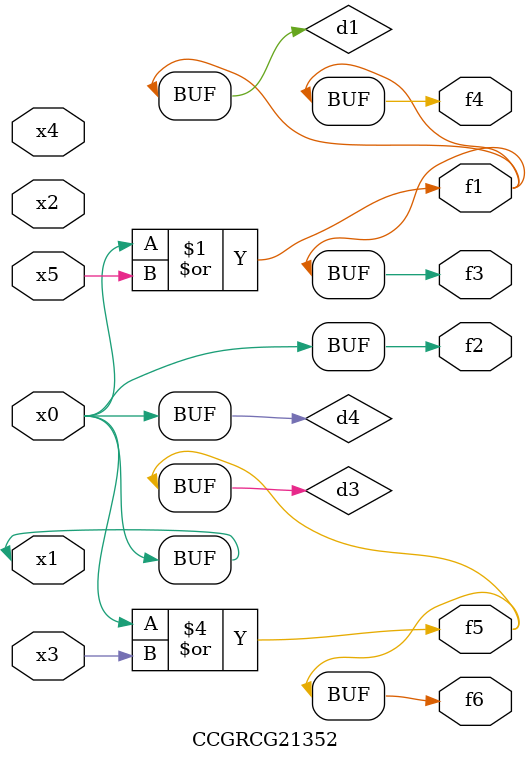
<source format=v>
module CCGRCG21352(
	input x0, x1, x2, x3, x4, x5,
	output f1, f2, f3, f4, f5, f6
);

	wire d1, d2, d3, d4;

	or (d1, x0, x5);
	xnor (d2, x1, x4);
	or (d3, x0, x3);
	buf (d4, x0, x1);
	assign f1 = d1;
	assign f2 = d4;
	assign f3 = d1;
	assign f4 = d1;
	assign f5 = d3;
	assign f6 = d3;
endmodule

</source>
